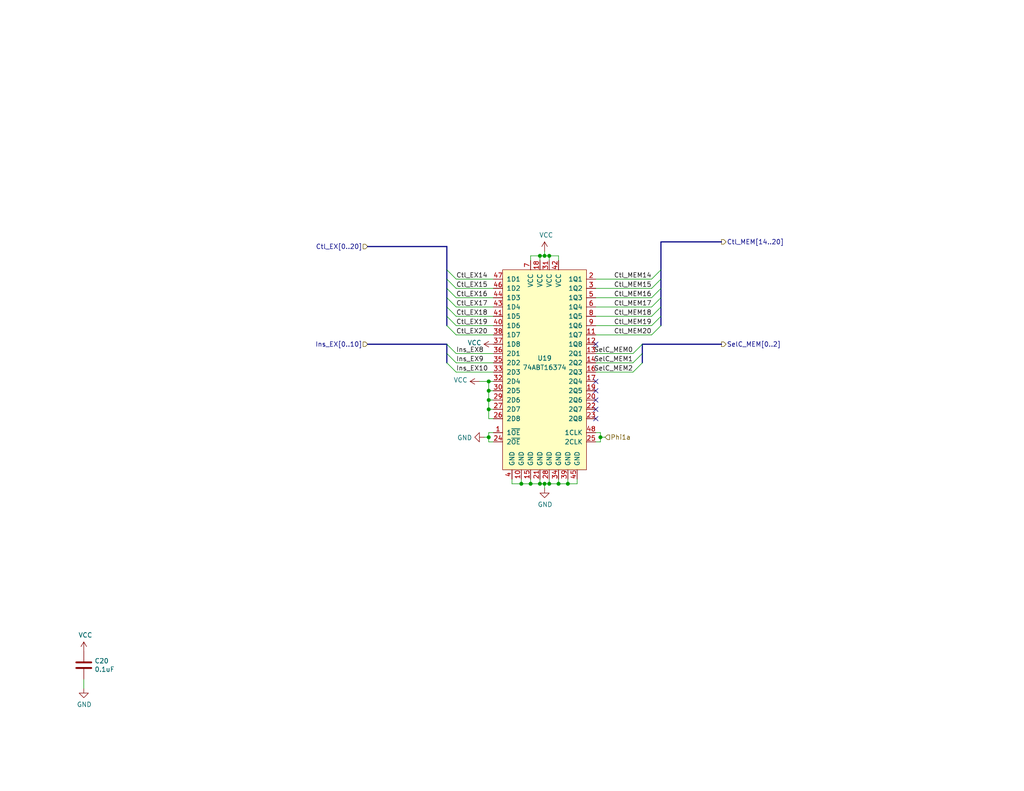
<source format=kicad_sch>
(kicad_sch (version 20250114) (generator "eeschema") (generator_version "9.0")
  (paper "USLetter")
  (title_block (title "EX/MEM: Control Word Register") (date "2025-07-01") (rev "A"))
  (lib_symbols
    (symbol "Device:C" (pin_numbers (hide yes)) (pin_names (offset 0.254))
      (property "Reference" "C" (at 0.635 2.54 0))
      (property "Value" "C" (at 0.635 -2.54 0))
      (symbol "C_0_1"
        (polyline (pts (xy -2.032 0.762) (xy 2.032 0.762)) (stroke (width 0.508)))
        (polyline (pts (xy -2.032 -0.762) (xy 2.032 -0.762)) (stroke (width 0.508)))
      )
      (symbol "C_1_1"
        (pin passive line (at 0 3.81 270) (length 2.794) (name "~") (number "1"))
        (pin passive line (at 0 -3.81 90) (length 2.794) (name "~") (number "2"))
      )
    )
    (symbol "Turtle16:74ABT16374" (pin_names (offset 1.016))
      (symbol "74ABT16374_0_0"
        (pin input line (at -13.97 21.59 0) (length 2.54) (name "1D1") (number "47"))
        (pin input line (at -13.97 19.05 0) (length 2.54) (name "1D2") (number "46"))
        (pin input line (at -13.97 16.51 0) (length 2.54) (name "1D3") (number "44"))
        (pin input line (at -13.97 13.97 0) (length 2.54) (name "1D4") (number "43"))
        (pin input line (at -13.97 11.43 0) (length 2.54) (name "1D5") (number "41"))
        (pin input line (at -13.97 8.89 0) (length 2.54) (name "1D6") (number "40"))
        (pin input line (at -13.97 6.35 0) (length 2.54) (name "1D7") (number "38"))
        (pin input line (at -13.97 3.81 0) (length 2.54) (name "1D8") (number "37"))
        (pin input line (at -13.97 1.27 0) (length 2.54) (name "2D1") (number "36"))
        (pin input line (at -13.97 -1.27 0) (length 2.54) (name "2D2") (number "35"))
        (pin input line (at -13.97 -3.81 0) (length 2.54) (name "2D3") (number "33"))
        (pin input line (at -13.97 -6.35 0) (length 2.54) (name "2D4") (number "32"))
        (pin input line (at -13.97 -8.89 0) (length 2.54) (name "2D5") (number "30"))
        (pin input line (at -13.97 -11.43 0) (length 2.54) (name "2D6") (number "29"))
        (pin input line (at -13.97 -13.97 0) (length 2.54) (name "2D7") (number "27"))
        (pin input line (at -13.97 -16.51 0) (length 2.54) (name "2D8") (number "26"))
        (pin input line (at -13.97 -20.32 0) (length 2.54) (name "1~{OE}") (number "1"))
        (pin input line (at -13.97 -22.86 0) (length 2.54) (name "2~{OE}") (number "24"))
        (pin power_in line (at -8.89 -33.02 90) (length 2.54) (name "GND") (number "4"))
        (pin power_in line (at -6.35 -33.02 90) (length 2.54) (name "GND") (number "10"))
        (pin power_in line (at -3.81 26.67 270) (length 2.54) (name "VCC") (number "7"))
        (pin power_in line (at -3.81 -33.02 90) (length 2.54) (name "GND") (number "15"))
        (pin power_in line (at -1.27 26.67 270) (length 2.54) (name "VCC") (number "18"))
        (pin power_in line (at -1.27 -33.02 90) (length 2.54) (name "GND") (number "21"))
        (pin power_in line (at 1.27 26.67 270) (length 2.54) (name "VCC") (number "31"))
        (pin power_in line (at 1.27 -33.02 90) (length 2.54) (name "GND") (number "28"))
        (pin power_in line (at 3.81 26.67 270) (length 2.54) (name "VCC") (number "42"))
        (pin power_in line (at 3.81 -33.02 90) (length 2.54) (name "GND") (number "34"))
        (pin power_in line (at 6.35 -33.02 90) (length 2.54) (name "GND") (number "39"))
        (pin power_in line (at 8.89 -33.02 90) (length 2.54) (name "GND") (number "45"))
        (pin tri_state line (at 13.97 21.59 180) (length 2.54) (name "1Q1") (number "2"))
        (pin tri_state line (at 13.97 19.05 180) (length 2.54) (name "1Q2") (number "3"))
        (pin tri_state line (at 13.97 16.51 180) (length 2.54) (name "1Q3") (number "5"))
        (pin tri_state line (at 13.97 13.97 180) (length 2.54) (name "1Q4") (number "6"))
        (pin tri_state line (at 13.97 11.43 180) (length 2.54) (name "1Q5") (number "8"))
        (pin tri_state line (at 13.97 8.89 180) (length 2.54) (name "1Q6") (number "9"))
        (pin tri_state line (at 13.97 6.35 180) (length 2.54) (name "1Q7") (number "11"))
        (pin tri_state line (at 13.97 3.81 180) (length 2.54) (name "1Q8") (number "12"))
        (pin tri_state line (at 13.97 1.27 180) (length 2.54) (name "2Q1") (number "13"))
        (pin tri_state line (at 13.97 -1.27 180) (length 2.54) (name "2Q2") (number "14"))
        (pin tri_state line (at 13.97 -3.81 180) (length 2.54) (name "2Q3") (number "16"))
        (pin tri_state line (at 13.97 -6.35 180) (length 2.54) (name "2Q4") (number "17"))
        (pin tri_state line (at 13.97 -8.89 180) (length 2.54) (name "2Q5") (number "19"))
        (pin tri_state line (at 13.97 -11.43 180) (length 2.54) (name "2Q6") (number "20"))
        (pin tri_state line (at 13.97 -13.97 180) (length 2.54) (name "2Q7") (number "22"))
        (pin tri_state line (at 13.97 -16.51 180) (length 2.54) (name "2Q8") (number "23"))
        (pin input line (at 13.97 -20.32 180) (length 2.54) (name "1CLK") (number "48"))
        (pin input line (at 13.97 -22.86 180) (length 2.54) (name "2CLK") (number "25"))
      )
      (symbol "74ABT16374_0_1"
        (rectangle (start -11.43 24.13) (end 11.43 -30.48) (fill (type background)))
      )
    )
    (symbol "power:GND" (power) (pin_names (offset 0))
      (property "Value" "GND" (at 0 -3.81 0))
      (symbol "GND_0_1"
        (polyline (pts (xy 0 0) (xy 0 -1.27) (xy 1.27 -1.27) (xy 0 -2.54) (xy -1.27 -1.27) (xy 0 -1.27)))
      )
      (symbol "GND_1_1"
        (pin power_in line (at 0 0 270) (length 0) (hide yes) (name "GND") (number "1"))
      )
    )
    (symbol "power:VCC" (power) (pin_names (offset 0))
      (property "Value" "VCC" (at 0 3.81 0))
      (symbol "VCC_0_1"
        (polyline (pts (xy -0.762 1.27) (xy 0 2.54)))
        (polyline (pts (xy 0 2.54) (xy 0.762 1.27)))
        (polyline (pts (xy 0 0) (xy 0 2.54)))
      )
      (symbol "VCC_1_1"
        (pin power_in line (at 0 0 90) (length 0) (hide yes) (name "VCC") (number "1"))
      )
    )
  )
  (junction (at 133.35 106.68))
  (junction (at 133.35 111.76))
  (junction (at 144.78 132.08))
  (junction (at 133.35 119.38))
  (junction (at 152.4 132.08))
  (junction (at 148.59 69.85))
  (junction (at 149.86 132.08))
  (junction (at 149.86 69.85))
  (junction (at 133.35 104.14))
  (junction (at 163.83 119.38))
  (junction (at 147.32 69.85))
  (junction (at 148.59 132.08))
  (junction (at 133.35 109.22))
  (junction (at 147.32 132.08))
  (junction (at 142.24 132.08))
  (junction (at 154.94 132.08))
  (no_connect (at 162.56 104.14))
  (no_connect (at 162.56 109.22))
  (no_connect (at 162.56 111.76))
  (no_connect (at 162.56 93.98))
  (no_connect (at 162.56 106.68))
  (no_connect (at 162.56 114.3))
  (bus_entry (at 180.34 73.66) (size -2.54 2.54))
  (bus_entry (at 180.34 78.74) (size -2.54 2.54))
  (bus_entry (at 121.92 83.82) (size 2.54 2.54))
  (bus_entry (at 180.34 86.36) (size -2.54 2.54))
  (bus_entry (at 175.26 96.52) (size -2.54 2.54))
  (bus_entry (at 121.92 93.98) (size 2.54 2.54))
  (bus_entry (at 180.34 88.9) (size -2.54 2.54))
  (bus_entry (at 121.92 73.66) (size 2.54 2.54))
  (bus_entry (at 121.92 99.06) (size 2.54 2.54))
  (bus_entry (at 180.34 81.28) (size -2.54 2.54))
  (bus_entry (at 175.26 93.98) (size -2.54 2.54))
  (bus_entry (at 121.92 86.36) (size 2.54 2.54))
  (bus_entry (at 180.34 76.2) (size -2.54 2.54))
  (bus_entry (at 121.92 96.52) (size 2.54 2.54))
  (bus_entry (at 121.92 78.74) (size 2.54 2.54))
  (bus_entry (at 121.92 88.9) (size 2.54 2.54))
  (bus_entry (at 180.34 83.82) (size -2.54 2.54))
  (bus_entry (at 175.26 99.06) (size -2.54 2.54))
  (bus_entry (at 121.92 81.28) (size 2.54 2.54))
  (bus_entry (at 121.92 76.2) (size 2.54 2.54))
  (bus (pts (xy 100.33 93.98) (xy 121.92 93.98)))
  (wire (pts (xy 124.46 81.28) (xy 134.62 81.28)))
  (wire (pts (xy 134.62 111.76) (xy 133.35 111.76)))
  (bus (pts (xy 100.33 67.31) (xy 121.92 67.31)))
  (wire (pts (xy 142.24 130.81) (xy 142.24 132.08)))
  (wire (pts (xy 133.35 109.22) (xy 133.35 111.76)))
  (wire (pts (xy 149.86 130.81) (xy 149.86 132.08)))
  (wire (pts (xy 148.59 132.08) (xy 148.59 133.35)))
  (bus (pts (xy 121.92 78.74) (xy 121.92 81.28)))
  (bus (pts (xy 180.34 83.82) (xy 180.34 86.36)))
  (bus (pts (xy 121.92 81.28) (xy 121.92 83.82)))
  (wire (pts (xy 133.35 111.76) (xy 133.35 114.3)))
  (bus (pts (xy 121.92 76.2) (xy 121.92 78.74)))
  (bus (pts (xy 180.34 81.28) (xy 180.34 83.82)))
  (wire (pts (xy 177.8 86.36) (xy 162.56 86.36)))
  (bus (pts (xy 121.92 96.52) (xy 121.92 99.06)))
  (wire (pts (xy 147.32 132.08) (xy 148.59 132.08)))
  (wire (pts (xy 124.46 96.52) (xy 134.62 96.52)))
  (wire (pts (xy 149.86 71.12) (xy 149.86 69.85)))
  (bus (pts (xy 180.34 86.36) (xy 180.34 88.9)))
  (wire (pts (xy 163.83 120.65) (xy 162.56 120.65)))
  (bus (pts (xy 196.85 66.04) (xy 180.34 66.04)))
  (wire (pts (xy 133.35 120.65) (xy 134.62 120.65)))
  (wire (pts (xy 177.8 91.44) (xy 162.56 91.44)))
  (wire (pts (xy 147.32 69.85) (xy 148.59 69.85)))
  (wire (pts (xy 154.94 132.08) (xy 157.48 132.08)))
  (wire (pts (xy 177.8 81.28) (xy 162.56 81.28)))
  (wire (pts (xy 134.62 118.11) (xy 133.35 118.11)))
  (wire (pts (xy 149.86 69.85) (xy 152.4 69.85)))
  (wire (pts (xy 177.8 78.74) (xy 162.56 78.74)))
  (wire (pts (xy 172.72 101.6) (xy 162.56 101.6)))
  (wire (pts (xy 152.4 69.85) (xy 152.4 71.12)))
  (wire (pts (xy 172.72 96.52) (xy 162.56 96.52)))
  (wire (pts (xy 148.59 132.08) (xy 149.86 132.08)))
  (wire (pts (xy 148.59 69.85) (xy 149.86 69.85)))
  (wire (pts (xy 147.32 71.12) (xy 147.32 69.85)))
  (bus (pts (xy 121.92 73.66) (xy 121.92 76.2)))
  (wire (pts (xy 133.35 119.38) (xy 132.08 119.38)))
  (wire (pts (xy 130.81 104.14) (xy 133.35 104.14)))
  (bus (pts (xy 180.34 73.66) (xy 180.34 76.2)))
  (wire (pts (xy 177.8 76.2) (xy 162.56 76.2)))
  (bus (pts (xy 121.92 83.82) (xy 121.92 86.36)))
  (wire (pts (xy 148.59 68.58) (xy 148.59 69.85)))
  (wire (pts (xy 144.78 130.81) (xy 144.78 132.08)))
  (bus (pts (xy 180.34 66.04) (xy 180.34 73.66)))
  (wire (pts (xy 133.35 119.38) (xy 133.35 120.65)))
  (wire (pts (xy 124.46 88.9) (xy 134.62 88.9)))
  (wire (pts (xy 163.83 119.38) (xy 163.83 120.65)))
  (wire (pts (xy 124.46 78.74) (xy 134.62 78.74)))
  (wire (pts (xy 149.86 132.08) (xy 152.4 132.08)))
  (wire (pts (xy 133.35 104.14) (xy 133.35 106.68)))
  (wire (pts (xy 139.7 132.08) (xy 142.24 132.08)))
  (wire (pts (xy 163.83 118.11) (xy 163.83 119.38)))
  (wire (pts (xy 139.7 130.81) (xy 139.7 132.08)))
  (wire (pts (xy 133.35 114.3) (xy 134.62 114.3)))
  (wire (pts (xy 154.94 130.81) (xy 154.94 132.08)))
  (wire (pts (xy 147.32 130.81) (xy 147.32 132.08)))
  (wire (pts (xy 157.48 132.08) (xy 157.48 130.81)))
  (bus (pts (xy 196.85 93.98) (xy 175.26 93.98)))
  (bus (pts (xy 175.26 96.52) (xy 175.26 99.06)))
  (wire (pts (xy 144.78 71.12) (xy 144.78 69.85)))
  (wire (pts (xy 124.46 101.6) (xy 134.62 101.6)))
  (wire (pts (xy 162.56 118.11) (xy 163.83 118.11)))
  (wire (pts (xy 134.62 104.14) (xy 133.35 104.14)))
  (wire (pts (xy 124.46 91.44) (xy 134.62 91.44)))
  (bus (pts (xy 121.92 93.98) (xy 121.92 96.52)))
  (wire (pts (xy 144.78 132.08) (xy 147.32 132.08)))
  (wire (pts (xy 124.46 76.2) (xy 134.62 76.2)))
  (wire (pts (xy 133.35 106.68) (xy 133.35 109.22)))
  (wire (pts (xy 163.83 119.38) (xy 165.1 119.38)))
  (bus (pts (xy 180.34 76.2) (xy 180.34 78.74)))
  (wire (pts (xy 177.8 83.82) (xy 162.56 83.82)))
  (bus (pts (xy 121.92 67.31) (xy 121.92 73.66)))
  (wire (pts (xy 134.62 106.68) (xy 133.35 106.68)))
  (wire (pts (xy 134.62 109.22) (xy 133.35 109.22)))
  (bus (pts (xy 180.34 78.74) (xy 180.34 81.28)))
  (wire (pts (xy 152.4 132.08) (xy 154.94 132.08)))
  (wire (pts (xy 152.4 130.81) (xy 152.4 132.08)))
  (wire (pts (xy 172.72 99.06) (xy 162.56 99.06)))
  (wire (pts (xy 124.46 99.06) (xy 134.62 99.06)))
  (wire (pts (xy 133.35 118.11) (xy 133.35 119.38)))
  (wire (pts (xy 142.24 132.08) (xy 144.78 132.08)))
  (wire (pts (xy 177.8 88.9) (xy 162.56 88.9)))
  (bus (pts (xy 121.92 86.36) (xy 121.92 88.9)))
  (wire (pts (xy 124.46 86.36) (xy 134.62 86.36)))
  (bus (pts (xy 175.26 93.98) (xy 175.26 96.52)))
  (wire (pts (xy 124.46 83.82) (xy 134.62 83.82)))
  (wire (pts (xy 144.78 69.85) (xy 147.32 69.85)))
  (wire (pts (xy 22.86 187.96) (xy 22.86 185.42)))
  (label "Ctl_EX19" (at 124.46 88.9 0))
  (label "Ins_EX8" (at 124.46 96.52 0))
  (label "Ctl_MEM15" (at 177.8 78.74 180))
  (label "Ctl_EX17" (at 124.46 83.82 0))
  (label "Ctl_EX18" (at 124.46 86.36 0))
  (label "Ctl_MEM14" (at 177.8 76.2 180))
  (label "Ctl_MEM19" (at 177.8 88.9 180))
  (label "SelC_MEM1" (at 172.72 99.06 180))
  (label "Ins_EX9" (at 124.46 99.06 0))
  (label "Ctl_EX15" (at 124.46 78.74 0))
  (label "Ctl_EX20" (at 124.46 91.44 0))
  (label "SelC_MEM0" (at 172.72 96.52 180))
  (label "SelC_MEM2" (at 172.72 101.6 180))
  (label "Ctl_MEM17" (at 177.8 83.82 180))
  (label "Ctl_MEM18" (at 177.8 86.36 180))
  (label "Ctl_EX14" (at 124.46 76.2 0))
  (label "Ctl_EX16" (at 124.46 81.28 0))
  (label "Ctl_MEM16" (at 177.8 81.28 180))
  (label "Ins_EX10" (at 124.46 101.6 0))
  (label "Ctl_MEM20" (at 177.8 91.44 180))
  (hierarchical_label "Ctl_MEM[14..20]" (shape output) (at 196.85 66.04 0))
  (hierarchical_label "Phi1a" (shape input) (at 165.1 119.38 0))
  (hierarchical_label "Ins_EX[0..10]" (shape input) (at 100.33 93.98 180))
  (hierarchical_label "Ctl_EX[0..20]" (shape input) (at 100.33 67.31 180))
  (hierarchical_label "SelC_MEM[0..2]" (shape output) (at 196.85 93.98 0))
  (symbol (lib_id "power:VCC") (at 130.81 104.14 90) (unit 1)
    (property "Reference" "#PWR0105" (effects (hide yes)))
    (property "Value" "VCC" (at 127.5842 103.759 90) (effects (justify left)))
  )
  (symbol (lib_id "power:VCC") (at 134.62 93.98 90) (unit 1)
    (property "Reference" "#PWR0107" (effects (hide yes)))
    (property "Value" "VCC" (at 131.3942 93.599 90) (effects (justify left)))
  )
  (symbol (lib_id "Device:C") (at 22.86 181.61 0) (unit 1)
    (property "Reference" "C20" (at 25.781 180.4416 0) (effects (justify left)))
    (property "Value" "0.1uF" (at 25.781 182.753 0) (effects (justify left)))
    (property "Footprint" "Capacitor_SMD:C_0603_1608Metric" (effects (hide yes)))
    (property "Datasheet" "https://www.mouser.com/datasheet/2/396/taiyo_yuden_12132018_mlcc11_hq_e-1510082.pdf" (effects (hide yes)))
    (property "Manufacturer" "Taiyo Yuden" (effects (hide yes)))
    (property "Manufacturer#" "EMK107B7104KAHT" (effects (hide yes)))
    (property "Mouser#" "963-EMK107B7104KAHT" (effects (hide yes)))
    (property "Digikey#" "587-6004-1-ND" (effects (hide yes)))
  )
  (symbol (lib_id "power:VCC") (at 22.86 177.8 0) (unit 1)
    (property "Reference" "#PWR0103" (effects (hide yes)))
    (property "Value" "VCC" (at 23.2918 173.4058 0))
  )
  (symbol (lib_id "power:GND") (at 22.86 187.96 0) (unit 1)
    (property "Reference" "#PWR0104" (effects (hide yes)))
    (property "Value" "GND" (at 22.987 192.3542 0))
  )
  (symbol (lib_id "power:GND") (at 132.08 119.38 270) (unit 1)
    (property "Reference" "#PWR0106" (effects (hide yes)))
    (property "Value" "GND" (at 128.8288 119.507 90) (effects (justify right)))
  )
  (symbol (lib_id "power:VCC") (at 148.59 68.58 0) (unit 1)
    (property "Reference" "#PWR0108" (effects (hide yes)))
    (property "Value" "VCC" (at 149.0218 64.1858 0))
  )
  (symbol (lib_id "power:GND") (at 148.59 133.35 0) (unit 1)
    (property "Reference" "#PWR0109" (effects (hide yes)))
    (property "Value" "GND" (at 148.717 137.7442 0))
  )
  (symbol (lib_id "Turtle16:74ABT16374") (at 148.59 97.79 0) (unit 1)
    (property "Reference" "U19" (at 148.59 97.79 0))
    (property "Value" "74ABT16374" (at 148.59 100.33 0))
    (property "Footprint" "Package_SO:TSSOP-48_6.1x12.5mm_P0.5mm" (effects (hide yes)))
    (property "Datasheet" "https://www.ti.com/general/docs/suppproductinfo.tsp?distId=26&gotoUrl=https://www.ti.com/lit/gpn/sn74abt16374a" (effects (hide yes)))
    (property "Manufacturer" "Texas Instruments" (effects (hide yes)))
    (property "Manufacturer#" "SN74ABT16374ADGGR" (effects (hide yes)))
    (property "Mouser#" "595-SNABT16374ADGGR" (effects (hide yes)))
    (property "Digikey#" "296-3900-1-ND" (effects (hide yes)))
  )
)
</source>
